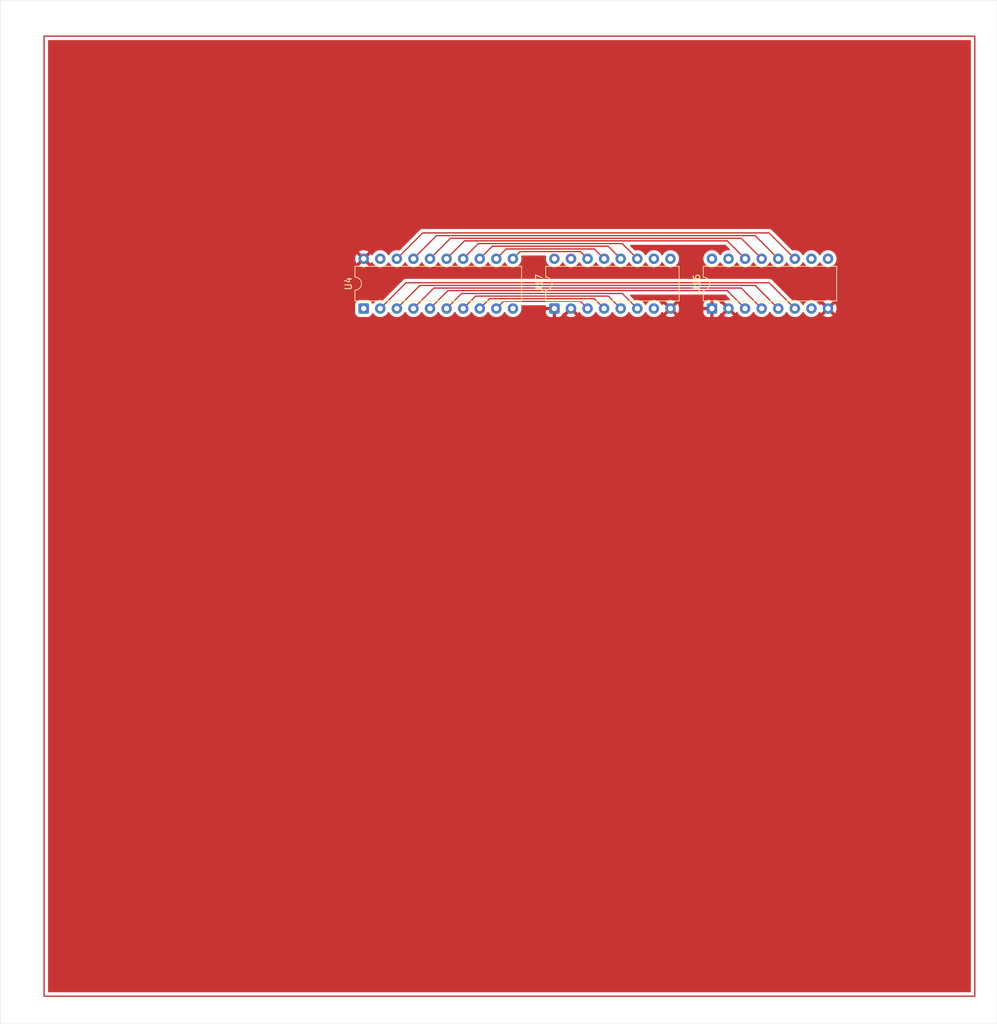
<source format=kicad_pcb>
(kicad_pcb (version 20241229) (generator "pcbnew") (generator_version "9.0")
  (layers (0 "F.Cu" signal) (2 "B.Cu" signal) (13 "F.Paste" user) (15 "B.Paste" user) (5 "F.SilkS" user "F.Silkscreen") (7 "B.SilkS" user "B.Silkscreen") (1 "F.Mask" user) (3 "B.Mask" user) (25 "Edge.Cuts" user))
  (net 0 "")
  (net 1 "/A REG/bus7")
  (net 2 "/A REG/bus6")
  (net 3 "/A REG/bus5")
  (net 4 "/A REG/bus4")
  (net 5 "/A REG/bus3")
  (net 6 "/A REG/bus2")
  (net 7 "/A REG/bus1")
  (net 8 "/A REG/bus0")
  (net 9 "/A REG/v7")
  (net 10 "/A REG/v6")
  (net 11 "/A REG/v5")
  (net 12 "/A REG/v4")
  (net 13 "/A REG/v3")
  (net 14 "/A REG/v2")
  (net 15 "/A REG/v1")
  (net 16 "/A REG/v0")
  (net 17 "GND")
  (net 18 "RESET")
  (net 19 "VCC")
  (net 20 "CLK")
  (net 21 "~{AO}")
  (net 22 "~{AI}")
  (footprint "Package_DIP:DIP-20_W7.62mm" (layer "F.Cu") (at 82.8548 74.0156 90)
    (property "Reference" "U4" (at 3.81 -2.33 90) (layer "F.SilkS"))
    (property "Value" "74LS245")
    (fp_line (start 6.46 -1.33) (end 4.81 -1.33) (stroke (width 0.12)) (layer "F.SilkS"))
    (fp_line (start 2.81 -1.33) (end 1.16 -1.33) (stroke (width 0.12)) (layer "F.SilkS"))
    (fp_line (start 1.16 -1.33) (end 1.16 24.19) (stroke (width 0.12)) (layer "F.SilkS"))
    (fp_line (start 6.46 24.19) (end 6.46 -1.33) (stroke (width 0.12)) (layer "F.SilkS"))
    (fp_line (start 1.16 24.19) (end 6.46 24.19) (stroke (width 0.12)) (layer "F.SilkS"))
    (fp_arc (start 4.81 -1.33) (mid 3.81 -0.33) (end 2.81 -1.33) (stroke (width 0.12)) (layer "F.SilkS"))
    (pad "1" thru_hole roundrect (at 0 0 90) (size 1.6 1.6) (drill 0.8) (layers "*.Cu" "*.Mask") (roundrect_rratio 0.15625) (net 19 "VCC"))
    (pad "2" thru_hole circle (at 0 2.54 90) (size 1.6 1.6) (drill 0.8) (layers "*.Cu" "*.Mask") (net 9 "/A REG/v7"))
    (pad "3" thru_hole circle (at 0 5.08 90) (size 1.6 1.6) (drill 0.8) (layers "*.Cu" "*.Mask") (net 10 "/A REG/v6"))
    (pad "4" thru_hole circle (at 0 7.62 90) (size 1.6 1.6) (drill 0.8) (layers "*.Cu" "*.Mask") (net 11 "/A REG/v5"))
    (pad "5" thru_hole circle (at 0 10.16 90) (size 1.6 1.6) (drill 0.8) (layers "*.Cu" "*.Mask") (net 12 "/A REG/v4"))
    (pad "6" thru_hole circle (at 0 12.7 90) (size 1.6 1.6) (drill 0.8) (layers "*.Cu" "*.Mask") (net 13 "/A REG/v3"))
    (pad "7" thru_hole circle (at 0 15.24 90) (size 1.6 1.6) (drill 0.8) (layers "*.Cu" "*.Mask") (net 14 "/A REG/v2"))
    (pad "8" thru_hole circle (at 0 17.78 90) (size 1.6 1.6) (drill 0.8) (layers "*.Cu" "*.Mask") (net 15 "/A REG/v1"))
    (pad "9" thru_hole circle (at 0 20.32 90) (size 1.6 1.6) (drill 0.8) (layers "*.Cu" "*.Mask") (net 16 "/A REG/v0"))
    (pad "10" thru_hole circle (at 0 22.86 90) (size 1.6 1.6) (drill 0.8) (layers "*.Cu" "*.Mask") (net 19 "VCC"))
    (pad "11" thru_hole circle (at 7.62 22.86 90) (size 1.6 1.6) (drill 0.8) (layers "*.Cu" "*.Mask") (net 8 "/A REG/bus0"))
    (pad "12" thru_hole circle (at 7.62 20.32 90) (size 1.6 1.6) (drill 0.8) (layers "*.Cu" "*.Mask") (net 7 "/A REG/bus1"))
    (pad "13" thru_hole circle (at 7.62 17.78 90) (size 1.6 1.6) (drill 0.8) (layers "*.Cu" "*.Mask") (net 6 "/A REG/bus2"))
    (pad "14" thru_hole circle (at 7.62 15.24 90) (size 1.6 1.6) (drill 0.8) (layers "*.Cu" "*.Mask") (net 5 "/A REG/bus3"))
    (pad "15" thru_hole circle (at 7.62 12.7 90) (size 1.6 1.6) (drill 0.8) (layers "*.Cu" "*.Mask") (net 4 "/A REG/bus4"))
    (pad "16" thru_hole circle (at 7.62 10.16 90) (size 1.6 1.6) (drill 0.8) (layers "*.Cu" "*.Mask") (net 3 "/A REG/bus5"))
    (pad "17" thru_hole circle (at 7.62 7.62 90) (size 1.6 1.6) (drill 0.8) (layers "*.Cu" "*.Mask") (net 2 "/A REG/bus6"))
    (pad "18" thru_hole circle (at 7.62 5.08 90) (size 1.6 1.6) (drill 0.8) (layers "*.Cu" "*.Mask") (net 1 "/A REG/bus7"))
    (pad "19" thru_hole circle (at 7.62 2.54 90) (size 1.6 1.6) (drill 0.8) (layers "*.Cu" "*.Mask") (net 21 "~{AO}"))
    (pad "20" thru_hole circle (at 7.62 0 90) (size 1.6 1.6) (drill 0.8) (layers "*.Cu" "*.Mask") (net 17 "GND"))
  )
  (footprint "Package_DIP:DIP-16_W7.62mm" (layer "F.Cu") (at 112.0648 74.0156 90)
    (property "Reference" "U17" (at 3.81 -2.33 90) (layer "F.SilkS"))
    (property "Value" "74LS173")
    (fp_line (start 6.46 -1.33) (end 4.81 -1.33) (stroke (width 0.12)) (layer "F.SilkS"))
    (fp_line (start 2.81 -1.33) (end 1.16 -1.33) (stroke (width 0.12)) (layer "F.SilkS"))
    (fp_line (start 1.16 -1.33) (end 1.16 19.11) (stroke (width 0.12)) (layer "F.SilkS"))
    (fp_line (start 6.46 19.11) (end 6.46 -1.33) (stroke (width 0.12)) (layer "F.SilkS"))
    (fp_line (start 1.16 19.11) (end 6.46 19.11) (stroke (width 0.12)) (layer "F.SilkS"))
    (fp_arc (start 4.81 -1.33) (mid 3.81 -0.33) (end 2.81 -1.33) (stroke (width 0.12)) (layer "F.SilkS"))
    (pad "1" thru_hole roundrect (at 0 0 90) (size 1.6 1.6) (drill 0.8) (layers "*.Cu" "*.Mask") (roundrect_rratio 0.15625) (net 17 "GND"))
    (pad "2" thru_hole circle (at 0 2.54 90) (size 1.6 1.6) (drill 0.8) (layers "*.Cu" "*.Mask") (net 17 "GND"))
    (pad "3" thru_hole circle (at 0 5.08 90) (size 1.6 1.6) (drill 0.8) (layers "*.Cu" "*.Mask") (net 16 "/A REG/v0"))
    (pad "4" thru_hole circle (at 0 7.62 90) (size 1.6 1.6) (drill 0.8) (layers "*.Cu" "*.Mask") (net 15 "/A REG/v1"))
    (pad "5" thru_hole circle (at 0 10.16 90) (size 1.6 1.6) (drill 0.8) (layers "*.Cu" "*.Mask") (net 14 "/A REG/v2"))
    (pad "6" thru_hole circle (at 0 12.7 90) (size 1.6 1.6) (drill 0.8) (layers "*.Cu" "*.Mask") (net 13 "/A REG/v3"))
    (pad "7" thru_hole circle (at 0 15.24 90) (size 1.6 1.6) (drill 0.8) (layers "*.Cu" "*.Mask") (net 20 "CLK"))
    (pad "8" thru_hole circle (at 0 17.78 90) (size 1.6 1.6) (drill 0.8) (layers "*.Cu" "*.Mask") (net 17 "GND"))
    (pad "9" thru_hole circle (at 7.62 17.78 90) (size 1.6 1.6) (drill 0.8) (layers "*.Cu" "*.Mask") (net 22 "~{AI}"))
    (pad "10" thru_hole circle (at 7.62 15.24 90) (size 1.6 1.6) (drill 0.8) (layers "*.Cu" "*.Mask") (net 22 "~{AI}"))
    (pad "11" thru_hole circle (at 7.62 12.7 90) (size 1.6 1.6) (drill 0.8) (layers "*.Cu" "*.Mask") (net 5 "/A REG/bus3"))
    (pad "12" thru_hole circle (at 7.62 10.16 90) (size 1.6 1.6) (drill 0.8) (layers "*.Cu" "*.Mask") (net 6 "/A REG/bus2"))
    (pad "13" thru_hole circle (at 7.62 7.62 90) (size 1.6 1.6) (drill 0.8) (layers "*.Cu" "*.Mask") (net 7 "/A REG/bus1"))
    (pad "14" thru_hole circle (at 7.62 5.08 90) (size 1.6 1.6) (drill 0.8) (layers "*.Cu" "*.Mask") (net 8 "/A REG/bus0"))
    (pad "15" thru_hole circle (at 7.62 2.54 90) (size 1.6 1.6) (drill 0.8) (layers "*.Cu" "*.Mask") (net 18 "RESET"))
    (pad "16" thru_hole circle (at 7.62 0 90) (size 1.6 1.6) (drill 0.8) (layers "*.Cu" "*.Mask") (net 19 "VCC"))
  )
  (footprint "Package_DIP:DIP-16_W7.62mm" (layer "F.Cu") (at 136.1948 74.0156 90)
    (property "Reference" "U16" (at 3.81 -2.33 90) (layer "F.SilkS"))
    (property "Value" "74LS173")
    (fp_line (start 6.46 -1.33) (end 4.81 -1.33) (stroke (width 0.12)) (layer "F.SilkS"))
    (fp_line (start 2.81 -1.33) (end 1.16 -1.33) (stroke (width 0.12)) (layer "F.SilkS"))
    (fp_line (start 1.16 -1.33) (end 1.16 19.11) (stroke (width 0.12)) (layer "F.SilkS"))
    (fp_line (start 6.46 19.11) (end 6.46 -1.33) (stroke (width 0.12)) (layer "F.SilkS"))
    (fp_line (start 1.16 19.11) (end 6.46 19.11) (stroke (width 0.12)) (layer "F.SilkS"))
    (fp_arc (start 4.81 -1.33) (mid 3.81 -0.33) (end 2.81 -1.33) (stroke (width 0.12)) (layer "F.SilkS"))
    (pad "1" thru_hole roundrect (at 0 0 90) (size 1.6 1.6) (drill 0.8) (layers "*.Cu" "*.Mask") (roundrect_rratio 0.15625) (net 17 "GND"))
    (pad "2" thru_hole circle (at 0 2.54 90) (size 1.6 1.6) (drill 0.8) (layers "*.Cu" "*.Mask") (net 17 "GND"))
    (pad "3" thru_hole circle (at 0 5.08 90) (size 1.6 1.6) (drill 0.8) (layers "*.Cu" "*.Mask") (net 12 "/A REG/v4"))
    (pad "4" thru_hole circle (at 0 7.62 90) (size 1.6 1.6) (drill 0.8) (layers "*.Cu" "*.Mask") (net 11 "/A REG/v5"))
    (pad "5" thru_hole circle (at 0 10.16 90) (size 1.6 1.6) (drill 0.8) (layers "*.Cu" "*.Mask") (net 10 "/A REG/v6"))
    (pad "6" thru_hole circle (at 0 12.7 90) (size 1.6 1.6) (drill 0.8) (layers "*.Cu" "*.Mask") (net 9 "/A REG/v7"))
    (pad "7" thru_hole circle (at 0 15.24 90) (size 1.6 1.6) (drill 0.8) (layers "*.Cu" "*.Mask") (net 20 "CLK"))
    (pad "8" thru_hole circle (at 0 17.78 90) (size 1.6 1.6) (drill 0.8) (layers "*.Cu" "*.Mask") (net 17 "GND"))
    (pad "9" thru_hole circle (at 7.62 17.78 90) (size 1.6 1.6) (drill 0.8) (layers "*.Cu" "*.Mask") (net 22 "~{AI}"))
    (pad "10" thru_hole circle (at 7.62 15.24 90) (size 1.6 1.6) (drill 0.8) (layers "*.Cu" "*.Mask") (net 22 "~{AI}"))
    (pad "11" thru_hole circle (at 7.62 12.7 90) (size 1.6 1.6) (drill 0.8) (layers "*.Cu" "*.Mask") (net 1 "/A REG/bus7"))
    (pad "12" thru_hole circle (at 7.62 10.16 90) (size 1.6 1.6) (drill 0.8) (layers "*.Cu" "*.Mask") (net 2 "/A REG/bus6"))
    (pad "13" thru_hole circle (at 7.62 7.62 90) (size 1.6 1.6) (drill 0.8) (layers "*.Cu" "*.Mask") (net 3 "/A REG/bus5"))
    (pad "14" thru_hole circle (at 7.62 5.08 90) (size 1.6 1.6) (drill 0.8) (layers "*.Cu" "*.Mask") (net 4 "/A REG/bus4"))
    (pad "15" thru_hole circle (at 7.62 2.54 90) (size 1.6 1.6) (drill 0.8) (layers "*.Cu" "*.Mask") (net 18 "RESET"))
    (pad "16" thru_hole circle (at 7.62 0 90) (size 1.6 1.6) (drill 0.8) (layers "*.Cu" "*.Mask") (net 19 "VCC"))
  )
  (gr_rect (start 33.909 32.3088) (end 176.4538 179.324) (stroke (width 0.2)) (fill no) (layer "F.Cu"))
  (gr_rect (start 27.178 26.797) (end 179.8574 183.5658) (stroke (width 0.05)) (fill no) (layer "Edge.Cuts"))
  (segment (start 87.9348 66.3956) (end 91.8922 62.4382) (width 0.2) (layer "F.Cu") (net 1))
  (segment (start 144.9374 62.4382) (end 148.8948 66.3956) (width 0.2) (layer "F.Cu") (net 1))
  (segment (start 91.8922 62.4382) (end 144.9374 62.4382) (width 0.2) (layer "F.Cu") (net 1))
  (segment (start 94.015 62.8554) (end 142.8146 62.8554) (width 0.2) (layer "F.Cu") (net 2))
  (segment (start 142.8146 62.8554) (end 146.3548 66.3956) (width 0.2) (layer "F.Cu") (net 2))
  (segment (start 90.4748 66.3956) (end 94.015 62.8554) (width 0.2) (layer "F.Cu") (net 2))
  (segment (start 140.6756 63.2564) (end 143.8148 66.3956) (width 0.2) (layer "F.Cu") (net 3))
  (segment (start 96.154 63.2564) (end 140.6756 63.2564) (width 0.2) (layer "F.Cu") (net 3))
  (segment (start 93.0148 66.3956) (end 96.154 63.2564) (width 0.2) (layer "F.Cu") (net 3))
  (segment (start 98.293 63.6574) (end 138.5366 63.6574) (width 0.2) (layer "F.Cu") (net 4))
  (segment (start 138.5366 63.6574) (end 141.2748 66.3956) (width 0.2) (layer "F.Cu") (net 4))
  (segment (start 95.5548 66.3956) (end 98.293 63.6574) (width 0.2) (layer "F.Cu") (net 4))
  (segment (start 98.0948 66.3956) (end 100.4212 64.0692) (width 0.2) (layer "F.Cu") (net 5))
  (segment (start 100.4212 64.0692) (end 122.4384 64.0692) (width 0.2) (layer "F.Cu") (net 5))
  (segment (start 122.4384 64.0692) (end 124.7648 66.3956) (width 0.2) (layer "F.Cu") (net 5))
  (segment (start 100.6348 66.3956) (end 102.5602 64.4702) (width 0.2) (layer "F.Cu") (net 6))
  (segment (start 102.5602 64.4702) (end 120.2994 64.4702) (width 0.2) (layer "F.Cu") (net 6))
  (segment (start 120.2994 64.4702) (end 122.2248 66.3956) (width 0.2) (layer "F.Cu") (net 6))
  (segment (start 104.6768 64.8936) (end 118.1828 64.8936) (width 0.2) (layer "F.Cu") (net 7))
  (segment (start 103.1748 66.3956) (end 104.6768 64.8936) (width 0.2) (layer "F.Cu") (net 7))
  (segment (start 118.1828 64.8936) (end 119.6848 66.3956) (width 0.2) (layer "F.Cu") (net 7))
  (segment (start 106.8158 65.2946) (end 116.0438 65.2946) (width 0.2) (layer "F.Cu") (net 8))
  (segment (start 116.0438 65.2946) (end 117.1448 66.3956) (width 0.2) (layer "F.Cu") (net 8))
  (segment (start 105.7148 66.3956) (end 106.8158 65.2946) (width 0.2) (layer "F.Cu") (net 8))
  (segment (start 144.9536 70.0744) (end 148.8948 74.0156) (width 0.2) (layer "F.Cu") (net 9))
  (segment (start 89.336 70.0744) (end 144.9536 70.0744) (width 0.2) (layer "F.Cu") (net 9))
  (segment (start 85.3948 74.0156) (end 89.336 70.0744) (width 0.2) (layer "F.Cu") (net 9))
  (segment (start 91.475 70.4754) (end 142.8146 70.4754) (width 0.2) (layer "F.Cu") (net 10))
  (segment (start 87.9348 74.0156) (end 91.475 70.4754) (width 0.2) (layer "F.Cu") (net 10))
  (segment (start 142.8146 70.4754) (end 146.3548 74.0156) (width 0.2) (layer "F.Cu") (net 10))
  (segment (start 93.614 70.8764) (end 140.6756 70.8764) (width 0.2) (layer "F.Cu") (net 11))
  (segment (start 140.6756 70.8764) (end 143.8148 74.0156) (width 0.2) (layer "F.Cu") (net 11))
  (segment (start 90.4748 74.0156) (end 93.614 70.8764) (width 0.2) (layer "F.Cu") (net 11))
  (segment (start 93.0148 74.0156) (end 95.753 71.2774) (width 0.2) (layer "F.Cu") (net 12))
  (segment (start 95.753 71.2774) (end 138.5366 71.2774) (width 0.2) (layer "F.Cu") (net 12))
  (segment (start 138.5366 71.2774) (end 141.2748 74.0156) (width 0.2) (layer "F.Cu") (net 12))
  (segment (start 97.8588 71.7116) (end 122.4608 71.7116) (width 0.2) (layer "F.Cu") (net 13))
  (segment (start 95.5548 74.0156) (end 97.8588 71.7116) (width 0.2) (layer "F.Cu") (net 13))
  (segment (start 122.4608 71.7116) (end 124.7648 74.0156) (width 0.2) (layer "F.Cu") (net 13))
  (segment (start 98.0948 74.0156) (end 99.9978 72.1126) (width 0.2) (layer "F.Cu") (net 14))
  (segment (start 120.3218 72.1126) (end 122.2248 74.0156) (width 0.2) (layer "F.Cu") (net 14))
  (segment (start 99.9978 72.1126) (end 120.3218 72.1126) (width 0.2) (layer "F.Cu") (net 14))
  (segment (start 100.6348 74.0156) (end 102.1368 72.5136) (width 0.2) (layer "F.Cu") (net 15))
  (segment (start 118.1828 72.5136) (end 119.6848 74.0156) (width 0.2) (layer "F.Cu") (net 15))
  (segment (start 102.1368 72.5136) (end 118.1828 72.5136) (width 0.2) (layer "F.Cu") (net 15))
  (segment (start 116.0438 72.9146) (end 117.1448 74.0156) (width 0.2) (layer "F.Cu") (net 16))
  (segment (start 103.1748 74.0156) (end 104.2758 72.9146) (width 0.2) (layer "F.Cu") (net 16))
  (segment (start 104.2758 72.9146) (end 116.0438 72.9146) (width 0.2) (layer "F.Cu") (net 16))
  (zone (net 17) (net_name "GND") (layer "F.Cu") (connect_pads (clearance 0.5)) (min_thickness 0.25) (fill yes (thermal_gap 0.5) (thermal_bridge_width 0.5))
    (polygon (pts (xy 176.4538 32.3088) (xy 33.909 32.3088) (xy 33.909 179.324) (xy 176.4538 179.324)))
  )
)
</source>
